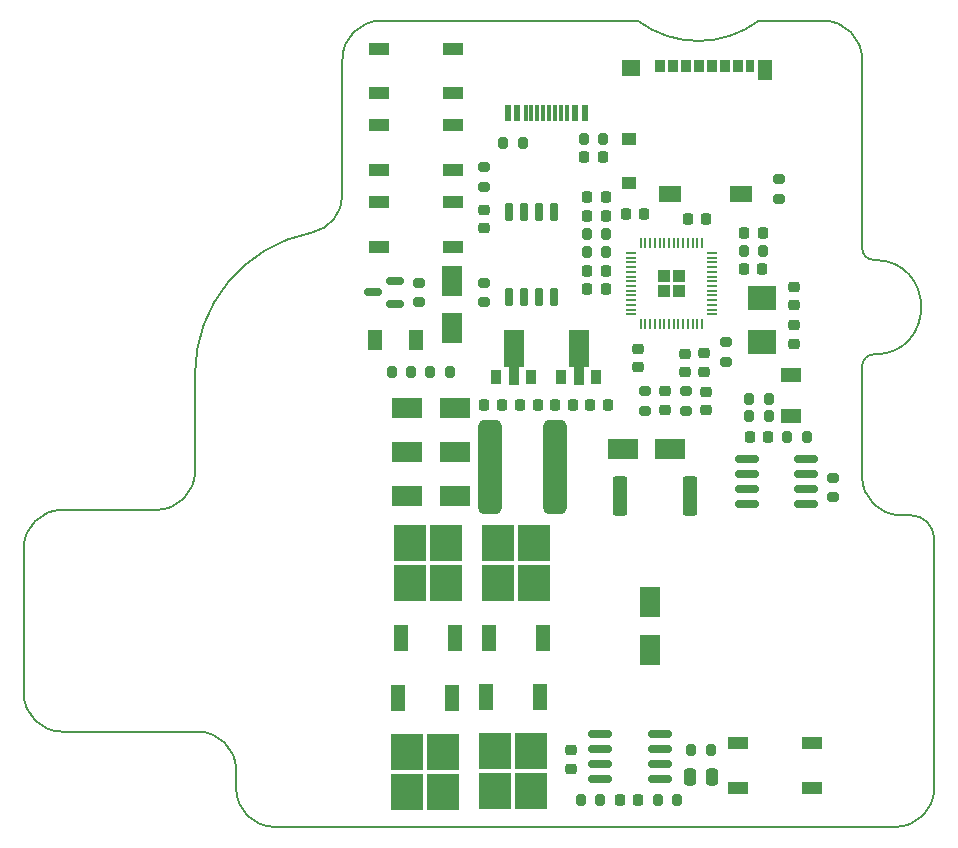
<source format=gtp>
%TF.GenerationSoftware,KiCad,Pcbnew,(6.99.0-874-g7b84e0a7d9-dirty)*%
%TF.CreationDate,2022-02-14T21:42:15-05:00*%
%TF.ProjectId,MotorcycleBatterIsolator,4d6f746f-7263-4796-936c-654261747465,rev?*%
%TF.SameCoordinates,Original*%
%TF.FileFunction,Paste,Top*%
%TF.FilePolarity,Positive*%
%FSLAX46Y46*%
G04 Gerber Fmt 4.6, Leading zero omitted, Abs format (unit mm)*
G04 Created by KiCad (PCBNEW (6.99.0-874-g7b84e0a7d9-dirty)) date 2022-02-14 21:42:15*
%MOMM*%
%LPD*%
G01*
G04 APERTURE LIST*
G04 Aperture macros list*
%AMRoundRect*
0 Rectangle with rounded corners*
0 $1 Rounding radius*
0 $2 $3 $4 $5 $6 $7 $8 $9 X,Y pos of 4 corners*
0 Add a 4 corners polygon primitive as box body*
4,1,4,$2,$3,$4,$5,$6,$7,$8,$9,$2,$3,0*
0 Add four circle primitives for the rounded corners*
1,1,$1+$1,$2,$3*
1,1,$1+$1,$4,$5*
1,1,$1+$1,$6,$7*
1,1,$1+$1,$8,$9*
0 Add four rect primitives between the rounded corners*
20,1,$1+$1,$2,$3,$4,$5,0*
20,1,$1+$1,$4,$5,$6,$7,0*
20,1,$1+$1,$6,$7,$8,$9,0*
20,1,$1+$1,$8,$9,$2,$3,0*%
%AMFreePoly0*
4,1,9,3.862500,-0.866500,0.737500,-0.866500,0.737500,-0.450000,-0.737500,-0.450000,-0.737500,0.450000,0.737500,0.450000,0.737500,0.866500,3.862500,0.866500,3.862500,-0.866500,3.862500,-0.866500,$1*%
G04 Aperture macros list end*
%TA.AperFunction,Profile*%
%ADD10C,0.160000*%
%TD*%
%ADD11RoundRect,0.225000X-0.225000X-0.250000X0.225000X-0.250000X0.225000X0.250000X-0.225000X0.250000X0*%
%ADD12RoundRect,0.150000X0.825000X0.150000X-0.825000X0.150000X-0.825000X-0.150000X0.825000X-0.150000X0*%
%ADD13RoundRect,0.200000X0.200000X0.275000X-0.200000X0.275000X-0.200000X-0.275000X0.200000X-0.275000X0*%
%ADD14RoundRect,0.225000X-0.250000X0.225000X-0.250000X-0.225000X0.250000X-0.225000X0.250000X0.225000X0*%
%ADD15R,0.900000X1.300000*%
%ADD16FreePoly0,90.000000*%
%ADD17RoundRect,0.162500X-0.825000X-0.162500X0.825000X-0.162500X0.825000X0.162500X-0.825000X0.162500X0*%
%ADD18RoundRect,0.200000X-0.200000X-0.275000X0.200000X-0.275000X0.200000X0.275000X-0.200000X0.275000X0*%
%ADD19RoundRect,0.200000X0.275000X-0.200000X0.275000X0.200000X-0.275000X0.200000X-0.275000X-0.200000X0*%
%ADD20R,0.600000X1.450000*%
%ADD21R,0.300000X1.450000*%
%ADD22R,0.850000X1.100000*%
%ADD23R,0.750000X1.100000*%
%ADD24R,1.200000X1.000000*%
%ADD25R,1.550000X1.350000*%
%ADD26R,1.900000X1.350000*%
%ADD27R,1.170000X1.800000*%
%ADD28R,2.750000X3.050000*%
%ADD29R,1.200000X2.200000*%
%ADD30RoundRect,0.200000X-0.275000X0.200000X-0.275000X-0.200000X0.275000X-0.200000X0.275000X0.200000X0*%
%ADD31RoundRect,0.225000X0.225000X0.250000X-0.225000X0.250000X-0.225000X-0.250000X0.225000X-0.250000X0*%
%ADD32RoundRect,0.250000X0.250000X0.475000X-0.250000X0.475000X-0.250000X-0.475000X0.250000X-0.475000X0*%
%ADD33R,2.500000X1.800000*%
%ADD34R,1.700000X1.300000*%
%ADD35R,1.300000X1.700000*%
%ADD36RoundRect,0.150000X0.587500X0.150000X-0.587500X0.150000X-0.587500X-0.150000X0.587500X-0.150000X0*%
%ADD37R,1.800000X2.500000*%
%ADD38R,2.400000X2.000000*%
%ADD39R,1.700000X1.000000*%
%ADD40RoundRect,0.218750X0.256250X-0.218750X0.256250X0.218750X-0.256250X0.218750X-0.256250X-0.218750X0*%
%ADD41RoundRect,0.250000X0.292217X-0.292217X0.292217X0.292217X-0.292217X0.292217X-0.292217X-0.292217X0*%
%ADD42RoundRect,0.050000X0.050000X-0.387500X0.050000X0.387500X-0.050000X0.387500X-0.050000X-0.387500X0*%
%ADD43RoundRect,0.050000X0.387500X-0.050000X0.387500X0.050000X-0.387500X0.050000X-0.387500X-0.050000X0*%
%ADD44RoundRect,0.250000X-0.362500X-1.425000X0.362500X-1.425000X0.362500X1.425000X-0.362500X1.425000X0*%
%ADD45RoundRect,0.225000X0.250000X-0.225000X0.250000X0.225000X-0.250000X0.225000X-0.250000X-0.225000X0*%
%ADD46RoundRect,0.500000X0.500000X3.500000X-0.500000X3.500000X-0.500000X-3.500000X0.500000X-3.500000X0*%
%ADD47RoundRect,0.218750X0.218750X0.256250X-0.218750X0.256250X-0.218750X-0.256250X0.218750X-0.256250X0*%
%ADD48RoundRect,0.150000X0.150000X-0.650000X0.150000X0.650000X-0.150000X0.650000X-0.150000X-0.650000X0*%
G04 APERTURE END LIST*
D10*
X100518000Y-132657000D02*
X100518000Y-140910000D01*
X97268000Y-144160000D02*
X89268000Y-144160000D01*
X86018000Y-147410000D02*
X86018000Y-159690000D01*
X89268000Y-162940000D02*
X100750000Y-162940000D01*
X104000000Y-166190000D02*
X104000000Y-167750000D01*
X107250000Y-171000000D02*
X159850000Y-171000000D01*
X163100000Y-167750000D02*
X163100000Y-166750000D01*
X163100000Y-166750000D02*
X163100000Y-146610000D01*
X161100000Y-144610000D02*
X160250000Y-144610000D01*
X157000000Y-141360000D02*
X157000000Y-132000000D01*
X158000000Y-131000000D02*
G75*
G03*
X158000000Y-123000000I0J4000000D01*
G01*
X157000000Y-122000000D02*
X157000000Y-106000000D01*
X153750000Y-102750000D02*
X148250000Y-102750000D01*
X138000000Y-102750000D02*
X116250000Y-102750000D01*
X113000000Y-106000000D02*
X113000000Y-117500000D01*
X110373000Y-120690000D02*
G75*
G03*
X100518000Y-132657000I2337159J-11966053D01*
G01*
X158000000Y-131000000D02*
G75*
G03*
X157000000Y-132000000I365J-1000365D01*
G01*
X157000000Y-141360000D02*
G75*
G03*
X160250000Y-144610000I3250331J331D01*
G01*
X163100000Y-146610000D02*
G75*
G03*
X161100000Y-144610000I-2000729J-729D01*
G01*
X157000000Y-122000000D02*
G75*
G03*
X158000000Y-123000000I1000365J365D01*
G01*
X157000000Y-106000000D02*
G75*
G03*
X153750000Y-102750000I-3250331J-331D01*
G01*
X116250000Y-102750000D02*
G75*
G03*
X113000000Y-106000000I331J-3250331D01*
G01*
X110373000Y-120690000D02*
G75*
G03*
X113000000Y-117500000I-623095J3189807D01*
G01*
X97268000Y-144160000D02*
G75*
G03*
X100518000Y-140910000I-331J3250331D01*
G01*
X89268000Y-144160000D02*
G75*
G03*
X86018000Y-147410000I-1375J-3248625D01*
G01*
X86018000Y-159690000D02*
G75*
G03*
X89268000Y-162940000I3248625J-1375D01*
G01*
X104000000Y-166190000D02*
G75*
G03*
X100750000Y-162940000I-3250331J-331D01*
G01*
X104000000Y-167750000D02*
G75*
G03*
X107250000Y-171000000I3250331J331D01*
G01*
X159850000Y-171000000D02*
G75*
G03*
X163100000Y-167750000I-331J3250331D01*
G01*
X138000000Y-102750000D02*
G75*
G03*
X148250000Y-102750000I5125000J6835000D01*
G01*
D11*
%TO.C,C11*%
X147025000Y-120700000D03*
X148575000Y-120700000D03*
%TD*%
D12*
%TO.C,U4*%
X152225000Y-143655000D03*
X152225000Y-142385000D03*
X152225000Y-141115000D03*
X152225000Y-139845000D03*
X147275000Y-139845000D03*
X147275000Y-141115000D03*
X147275000Y-142385000D03*
X147275000Y-143655000D03*
%TD*%
D13*
%TO.C,R11*%
X141325000Y-168750000D03*
X139675000Y-168750000D03*
%TD*%
D14*
%TO.C,C1*%
X132367500Y-164525000D03*
X132367500Y-166075000D03*
%TD*%
%TO.C,C22*%
X138000000Y-130535000D03*
X138000000Y-132085000D03*
%TD*%
D13*
%TO.C,R18*%
X135325000Y-122350000D03*
X133675000Y-122350000D03*
%TD*%
D15*
%TO.C,U2*%
X131499999Y-132899999D03*
D16*
X133000000Y-132812500D03*
D15*
X134499999Y-132899999D03*
%TD*%
D17*
%TO.C,U1*%
X134830000Y-163145000D03*
X134830000Y-164415000D03*
X134830000Y-165685000D03*
X134830000Y-166955000D03*
X139905000Y-166955000D03*
X139905000Y-165685000D03*
X139905000Y-164415000D03*
X139905000Y-163145000D03*
%TD*%
D18*
%TO.C,R29*%
X147425000Y-136250000D03*
X149075000Y-136250000D03*
%TD*%
D19*
%TO.C,R15*%
X150000000Y-117825000D03*
X150000000Y-116175000D03*
%TD*%
D20*
%TO.C,J5*%
X133499999Y-110544999D03*
X132699999Y-110544999D03*
D21*
X131499999Y-110544999D03*
X130499999Y-110544999D03*
X129999999Y-110544999D03*
X128999999Y-110544999D03*
D20*
X127799999Y-110544999D03*
X126999999Y-110544999D03*
X126999999Y-110544999D03*
X127799999Y-110544999D03*
D21*
X128499999Y-110544999D03*
X129499999Y-110544999D03*
X130999999Y-110544999D03*
X131999999Y-110544999D03*
D20*
X132699999Y-110544999D03*
X133499999Y-110544999D03*
%TD*%
D11*
%TO.C,C14*%
X136975000Y-119150000D03*
X138525000Y-119150000D03*
%TD*%
D19*
%TO.C,R17*%
X145500000Y-131635000D03*
X145500000Y-129985000D03*
%TD*%
D15*
%TO.C,U6*%
X125999999Y-132899999D03*
D16*
X127500000Y-132812500D03*
D15*
X128999999Y-132899999D03*
%TD*%
D14*
%TO.C,C6*%
X125000000Y-118785000D03*
X125000000Y-120335000D03*
%TD*%
D22*
%TO.C,J2*%
X139894999Y-106609999D03*
X140994999Y-106609999D03*
X142094999Y-106609999D03*
X143194999Y-106609999D03*
X144294999Y-106609999D03*
X145394999Y-106609999D03*
X146494999Y-106609999D03*
D23*
X147544999Y-106609999D03*
D24*
X137259999Y-112759999D03*
X137259999Y-116459999D03*
D25*
X137434999Y-106734999D03*
D26*
X140759999Y-117434999D03*
X146729999Y-117434999D03*
D27*
X148754999Y-106959999D03*
%TD*%
D14*
%TO.C,C10*%
X151250000Y-125285000D03*
X151250000Y-126835000D03*
%TD*%
D28*
%TO.C,Q6*%
X118699999Y-150349999D03*
X121749999Y-150349999D03*
X118699999Y-146999999D03*
X121749999Y-146999999D03*
D29*
X117944999Y-154974999D03*
X122504999Y-154974999D03*
%TD*%
D30*
%TO.C,R10*%
X119500000Y-124925000D03*
X119500000Y-126575000D03*
%TD*%
D31*
%TO.C,C3*%
X132525000Y-135250000D03*
X130975000Y-135250000D03*
%TD*%
D32*
%TO.C,C2*%
X144317500Y-166750000D03*
X142417500Y-166750000D03*
%TD*%
D33*
%TO.C,D1*%
X122499999Y-139249999D03*
X118499999Y-139249999D03*
%TD*%
D34*
%TO.C,D13*%
X150999999Y-132749999D03*
X150999999Y-136249999D03*
%TD*%
D19*
%TO.C,R22*%
X142050000Y-135775000D03*
X142050000Y-134125000D03*
%TD*%
D18*
%TO.C,R23*%
X150675000Y-138000000D03*
X152325000Y-138000000D03*
%TD*%
D35*
%TO.C,D12*%
X119249999Y-129749999D03*
X115749999Y-129749999D03*
%TD*%
D14*
%TO.C,C21*%
X143600000Y-130900000D03*
X143600000Y-132450000D03*
%TD*%
D31*
%TO.C,C12*%
X135275000Y-119250000D03*
X133725000Y-119250000D03*
%TD*%
%TO.C,C15*%
X135275000Y-117700000D03*
X133725000Y-117700000D03*
%TD*%
%TO.C,C16*%
X126500000Y-135250000D03*
X124950000Y-135250000D03*
%TD*%
D11*
%TO.C,C13*%
X142250000Y-119560000D03*
X143800000Y-119560000D03*
%TD*%
D36*
%TO.C,Q7*%
X117437500Y-126700000D03*
X117437500Y-124800000D03*
X115562500Y-125750000D03*
%TD*%
D37*
%TO.C,D8*%
X138999999Y-151999999D03*
X138999999Y-155999999D03*
%TD*%
D11*
%TO.C,C5*%
X133475000Y-114250000D03*
X135025000Y-114250000D03*
%TD*%
D30*
%TO.C,R13*%
X125000000Y-115175000D03*
X125000000Y-116825000D03*
%TD*%
D38*
%TO.C,Y1*%
X148499999Y-129909999D03*
X148499999Y-126209999D03*
%TD*%
D28*
%TO.C,Q3*%
X121524999Y-164674999D03*
X118474999Y-164674999D03*
X121524999Y-168024999D03*
X118474999Y-168024999D03*
D29*
X122279999Y-160049999D03*
X117719999Y-160049999D03*
%TD*%
D39*
%TO.C,SW4*%
X122399999Y-115399999D03*
X116099999Y-115399999D03*
X122399999Y-111599999D03*
X116099999Y-111599999D03*
%TD*%
%TO.C,SW3*%
X122399999Y-121899999D03*
X116099999Y-121899999D03*
X122399999Y-118099999D03*
X116099999Y-118099999D03*
%TD*%
D18*
%TO.C,R12*%
X133175000Y-168750000D03*
X134825000Y-168750000D03*
%TD*%
D37*
%TO.C,D10*%
X122249999Y-128749999D03*
X122249999Y-124749999D03*
%TD*%
D40*
%TO.C,D9*%
X143800000Y-135737500D03*
X143800000Y-134162500D03*
%TD*%
D31*
%TO.C,C4*%
X135525000Y-135250000D03*
X133975000Y-135250000D03*
%TD*%
D33*
%TO.C,D3*%
X122499999Y-142999999D03*
X118499999Y-142999999D03*
%TD*%
D18*
%TO.C,R27*%
X117175000Y-132500000D03*
X118825000Y-132500000D03*
%TD*%
%TO.C,R20*%
X126600000Y-113060000D03*
X128250000Y-113060000D03*
%TD*%
D11*
%TO.C,C8*%
X147475000Y-138000000D03*
X149025000Y-138000000D03*
%TD*%
D41*
%TO.C,U5*%
X140212500Y-125647500D03*
X141487500Y-125647500D03*
X140212500Y-124372500D03*
X141487500Y-124372500D03*
D42*
X138250000Y-128447500D03*
X138650000Y-128447500D03*
X139050000Y-128447500D03*
X139450000Y-128447500D03*
X139850000Y-128447500D03*
X140250000Y-128447500D03*
X140650000Y-128447500D03*
X141050000Y-128447500D03*
X141450000Y-128447500D03*
X141850000Y-128447500D03*
X142250000Y-128447500D03*
X142650000Y-128447500D03*
X143050000Y-128447500D03*
X143450000Y-128447500D03*
D43*
X144287500Y-127610000D03*
X144287500Y-127210000D03*
X144287500Y-126810000D03*
X144287500Y-126410000D03*
X144287500Y-126010000D03*
X144287500Y-125610000D03*
X144287500Y-125210000D03*
X144287500Y-124810000D03*
X144287500Y-124410000D03*
X144287500Y-124010000D03*
X144287500Y-123610000D03*
X144287500Y-123210000D03*
X144287500Y-122810000D03*
X144287500Y-122410000D03*
D42*
X143450000Y-121572500D03*
X143050000Y-121572500D03*
X142650000Y-121572500D03*
X142250000Y-121572500D03*
X141850000Y-121572500D03*
X141450000Y-121572500D03*
X141050000Y-121572500D03*
X140650000Y-121572500D03*
X140250000Y-121572500D03*
X139850000Y-121572500D03*
X139450000Y-121572500D03*
X139050000Y-121572500D03*
X138650000Y-121572500D03*
X138250000Y-121572500D03*
D43*
X137412500Y-122410000D03*
X137412500Y-122810000D03*
X137412500Y-123210000D03*
X137412500Y-123610000D03*
X137412500Y-124010000D03*
X137412500Y-124410000D03*
X137412500Y-124810000D03*
X137412500Y-125210000D03*
X137412500Y-125610000D03*
X137412500Y-126010000D03*
X137412500Y-126410000D03*
X137412500Y-126810000D03*
X137412500Y-127210000D03*
X137412500Y-127610000D03*
%TD*%
D28*
%TO.C,Q2*%
X128999999Y-164599999D03*
X125949999Y-164599999D03*
X128999999Y-167949999D03*
X125949999Y-167949999D03*
D29*
X129754999Y-159974999D03*
X125194999Y-159974999D03*
%TD*%
D39*
%TO.C,SW1*%
X146467499Y-163899999D03*
X152767499Y-163899999D03*
X146467499Y-167699999D03*
X152767499Y-167699999D03*
%TD*%
D14*
%TO.C,C20*%
X142000000Y-130925000D03*
X142000000Y-132475000D03*
%TD*%
D28*
%TO.C,Q5*%
X126199999Y-150349999D03*
X129249999Y-150349999D03*
X126199999Y-146999999D03*
X129249999Y-146999999D03*
D29*
X125444999Y-154974999D03*
X130004999Y-154974999D03*
%TD*%
D31*
%TO.C,C19*%
X129550000Y-135250000D03*
X128000000Y-135250000D03*
%TD*%
D13*
%TO.C,R1*%
X144192500Y-164500000D03*
X142542500Y-164500000D03*
%TD*%
D44*
%TO.C,R14*%
X136537500Y-143000000D03*
X142462500Y-143000000D03*
%TD*%
D40*
%TO.C,D11*%
X140350000Y-135712500D03*
X140350000Y-134137500D03*
%TD*%
D13*
%TO.C,R21*%
X135075000Y-112750000D03*
X133425000Y-112750000D03*
%TD*%
%TO.C,R26*%
X122075000Y-132500000D03*
X120425000Y-132500000D03*
%TD*%
D31*
%TO.C,C17*%
X135275000Y-123900000D03*
X133725000Y-123900000D03*
%TD*%
D33*
%TO.C,D7*%
X140749999Y-138999999D03*
X136749999Y-138999999D03*
%TD*%
D31*
%TO.C,C9*%
X135275000Y-125450000D03*
X133725000Y-125450000D03*
%TD*%
D11*
%TO.C,C18*%
X147000000Y-123810000D03*
X148550000Y-123810000D03*
%TD*%
D13*
%TO.C,R28*%
X148625000Y-122250000D03*
X146975000Y-122250000D03*
%TD*%
D33*
%TO.C,D2*%
X122499999Y-135499999D03*
X118499999Y-135499999D03*
%TD*%
D45*
%TO.C,C7*%
X151250000Y-130085000D03*
X151250000Y-128535000D03*
%TD*%
D19*
%TO.C,R25*%
X154500000Y-143075000D03*
X154500000Y-141425000D03*
%TD*%
%TO.C,R24*%
X138600000Y-135750000D03*
X138600000Y-134100000D03*
%TD*%
D13*
%TO.C,R19*%
X135325000Y-120800000D03*
X133675000Y-120800000D03*
%TD*%
D39*
%TO.C,SW2*%
X122399999Y-108899999D03*
X116099999Y-108899999D03*
X122399999Y-105099999D03*
X116099999Y-105099999D03*
%TD*%
D46*
%TO.C,R4*%
X131000000Y-140500000D03*
X125500000Y-140500000D03*
%TD*%
D18*
%TO.C,R30*%
X147425000Y-134750000D03*
X149075000Y-134750000D03*
%TD*%
D47*
%TO.C,D6*%
X138037500Y-168750000D03*
X136462500Y-168750000D03*
%TD*%
D30*
%TO.C,R16*%
X125000000Y-124925000D03*
X125000000Y-126575000D03*
%TD*%
D48*
%TO.C,U3*%
X127095000Y-126160000D03*
X128365000Y-126160000D03*
X129635000Y-126160000D03*
X130905000Y-126160000D03*
X130905000Y-118960000D03*
X129635000Y-118960000D03*
X128365000Y-118960000D03*
X127095000Y-118960000D03*
%TD*%
M02*

</source>
